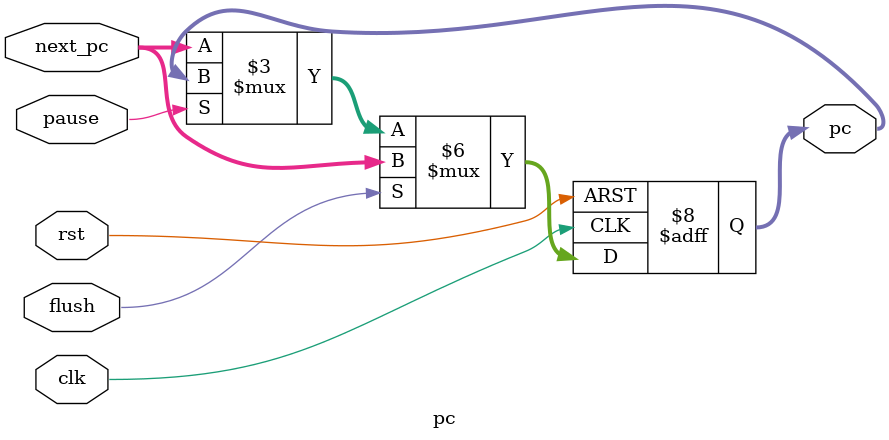
<source format=v>
module pc(
    input rst, clk, pause, flush,
    input [31: 0] next_pc,

    output reg [31: 0] pc
);

always @(posedge clk or posedge rst) begin
    if(rst) begin
        pc <= 32'h0;
    end else if(flush) begin
        pc <= next_pc;
    end else if(pause) begin
        // 空操作
        // 阻止寄存器值改变
    end else begin
        pc <= next_pc;
    end 
end

endmodule
</source>
